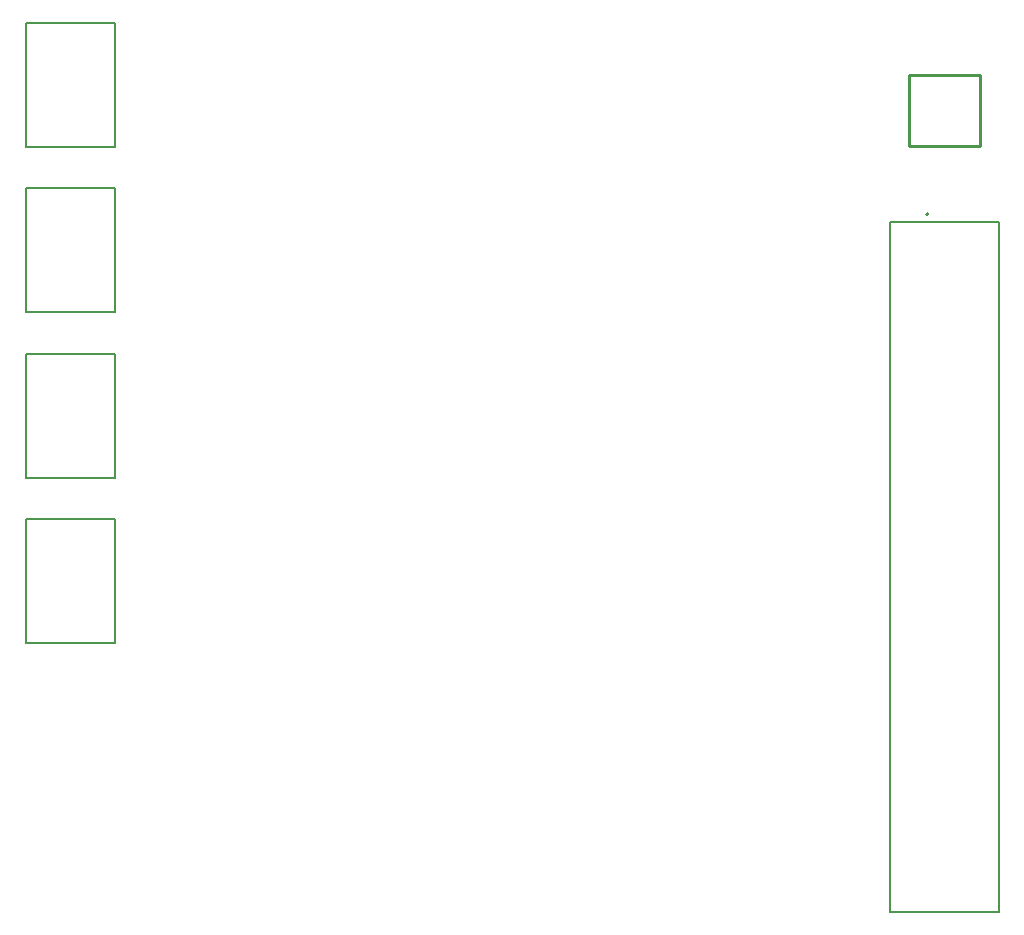
<source format=gbr>
%TF.GenerationSoftware,Altium Limited,Altium Designer,21.8.1 (53)*%
G04 Layer_Color=16711935*
%FSLAX43Y43*%
%MOMM*%
%TF.SameCoordinates,E96829AD-C41B-4C4D-B55E-E99DFAFB1E42*%
%TF.FilePolarity,Positive*%
%TF.FileFunction,Other,Mechanical_13*%
%TF.Part,Single*%
G01*
G75*
%TA.AperFunction,NonConductor*%
%ADD11C,0.254*%
%ADD32C,0.200*%
%ADD34C,0.127*%
D11*
X79690Y69343D02*
Y75333D01*
X85680D01*
Y69343D02*
Y75333D01*
X79690Y69343D02*
X85680D01*
D32*
X81350Y63555D02*
G03*
X81350Y63555I-100J0D01*
G01*
X4900Y55245D02*
Y65745D01*
X12500D01*
Y55245D02*
Y65745D01*
X4900Y55245D02*
X12500D01*
X4900Y69245D02*
Y79745D01*
X12500D01*
Y69245D02*
Y79745D01*
X4900Y69245D02*
X12500D01*
X4900Y41245D02*
Y51745D01*
X12500D01*
Y41245D02*
Y51745D01*
X4900Y41245D02*
X12500D01*
X4900Y27245D02*
Y37745D01*
X12500D01*
Y27245D02*
Y37745D01*
X4900Y27245D02*
X12500D01*
D34*
X78075Y62905D02*
X87295D01*
Y4485D02*
Y62905D01*
X78075Y4485D02*
X87295D01*
X78075D02*
Y62905D01*
X87295D01*
Y4485D02*
Y62905D01*
X78075Y4485D02*
X87295D01*
%TF.MD5,62da48707432c23b0b8a6f1689d94150*%
M02*

</source>
